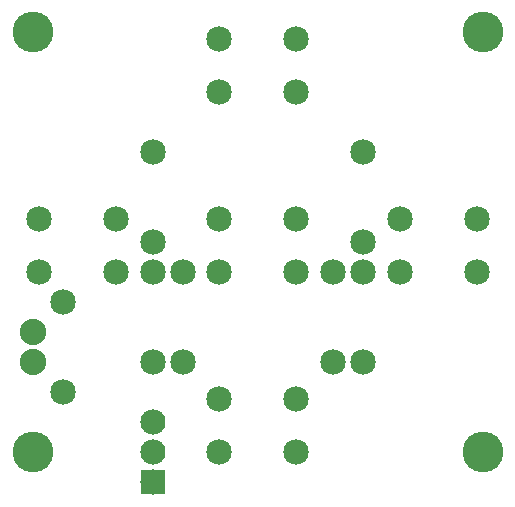
<source format=gts>
G04 MADE WITH FRITZING*
G04 WWW.FRITZING.ORG*
G04 DOUBLE SIDED*
G04 HOLES PLATED*
G04 CONTOUR ON CENTER OF CONTOUR VECTOR*
%ASAXBY*%
%FSLAX23Y23*%
%MOIN*%
%OFA0B0*%
%SFA1.0B1.0*%
%ADD10C,0.135984*%
%ADD11C,0.088000*%
%ADD12C,0.085000*%
%ADD13C,0.084000*%
%ADD14R,0.084000X0.084000*%
%LNMASK1*%
G90*
G70*
G54D10*
X1701Y198D03*
X1701Y1598D03*
X201Y1598D03*
X201Y198D03*
G54D11*
X201Y498D03*
X201Y598D03*
G54D12*
X1681Y798D03*
X1425Y798D03*
X1681Y975D03*
X1425Y975D03*
X1078Y198D03*
X822Y198D03*
X1078Y375D03*
X822Y375D03*
X478Y798D03*
X222Y798D03*
X478Y975D03*
X222Y975D03*
X1078Y1398D03*
X822Y1398D03*
X1078Y1575D03*
X822Y1575D03*
X1078Y798D03*
X822Y798D03*
X1078Y975D03*
X822Y975D03*
X1201Y498D03*
X1201Y798D03*
X601Y898D03*
X601Y1198D03*
X1301Y898D03*
X1301Y1198D03*
X701Y498D03*
X701Y798D03*
X1301Y498D03*
X1301Y798D03*
X601Y498D03*
X601Y798D03*
G54D13*
X601Y98D03*
X601Y198D03*
X601Y298D03*
G54D12*
X301Y398D03*
X301Y698D03*
G54D14*
X601Y98D03*
G04 End of Mask1*
M02*
</source>
